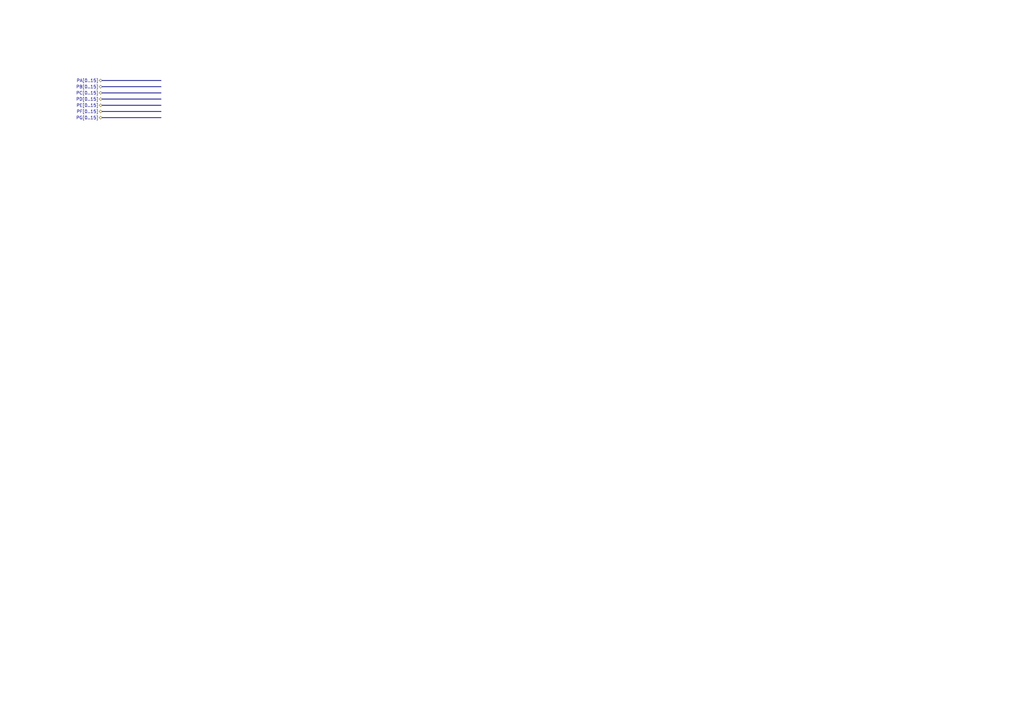
<source format=kicad_sch>
(kicad_sch (version 20230121) (generator eeschema)

  (uuid 0480dd7f-e9c1-47f4-8125-9c7b52c9cded)

  (paper "A3")

  (lib_symbols
  )


  (bus (pts (xy 41.91 40.64) (xy 66.04 40.64))
    (stroke (width 0) (type default))
    (uuid 253e55d5-21e9-4062-a2b7-e62a47a16aef)
  )
  (bus (pts (xy 41.91 45.72) (xy 66.04 45.72))
    (stroke (width 0) (type default))
    (uuid 82df8ebe-0860-47b0-885a-b0e0ae556863)
  )
  (bus (pts (xy 41.91 38.1) (xy 66.04 38.1))
    (stroke (width 0) (type default))
    (uuid 8790ed0a-905b-4a1c-8086-e4072792f723)
  )
  (bus (pts (xy 41.91 43.18) (xy 66.04 43.18))
    (stroke (width 0) (type default))
    (uuid c1aee766-6219-4a1f-b28a-a8d114429d16)
  )
  (bus (pts (xy 41.91 48.26) (xy 66.04 48.26))
    (stroke (width 0) (type default))
    (uuid cc4f08f8-a789-469c-b788-87bdc3542a1a)
  )
  (bus (pts (xy 41.91 33.02) (xy 66.04 33.02))
    (stroke (width 0) (type default))
    (uuid cfc1fbc8-e192-4a49-9354-cb91ff90f3c6)
  )
  (bus (pts (xy 41.91 35.56) (xy 66.04 35.56))
    (stroke (width 0) (type default))
    (uuid d1e9d06b-d8af-4514-91b7-07896ddc8325)
  )

  (hierarchical_label "PE[0..15]" (shape bidirectional) (at 41.91 43.18 180) (fields_autoplaced)
    (effects (font (size 1.27 1.27)) (justify right))
    (uuid 126c3dad-9675-4adf-8c15-b332f4e8a077)
  )
  (hierarchical_label "PD[0..15]" (shape bidirectional) (at 41.91 40.64 180) (fields_autoplaced)
    (effects (font (size 1.27 1.27)) (justify right))
    (uuid 37a734d5-e184-4974-a29b-3b6af52c2894)
  )
  (hierarchical_label "PC[0..15]" (shape bidirectional) (at 41.91 38.1 180) (fields_autoplaced)
    (effects (font (size 1.27 1.27)) (justify right))
    (uuid 426ebb11-2096-434b-9eb2-cd7a4047916e)
  )
  (hierarchical_label "PG[0..15]" (shape bidirectional) (at 41.91 48.26 180) (fields_autoplaced)
    (effects (font (size 1.27 1.27)) (justify right))
    (uuid 77190e73-59bd-485f-bf9e-55eb056c07c1)
  )
  (hierarchical_label "PF[0..15]" (shape bidirectional) (at 41.91 45.72 180) (fields_autoplaced)
    (effects (font (size 1.27 1.27)) (justify right))
    (uuid 917fe0c5-f417-4240-ac44-5ab84be00577)
  )
  (hierarchical_label "PA[0..15]" (shape bidirectional) (at 41.91 33.02 180) (fields_autoplaced)
    (effects (font (size 1.27 1.27)) (justify right))
    (uuid b2389dce-68c1-4483-98ef-7fc2fb33d9e3)
  )
  (hierarchical_label "PB[0..15]" (shape bidirectional) (at 41.91 35.56 180) (fields_autoplaced)
    (effects (font (size 1.27 1.27)) (justify right))
    (uuid daa23044-44f5-436e-ac5d-a1b5695a584d)
  )
)

</source>
